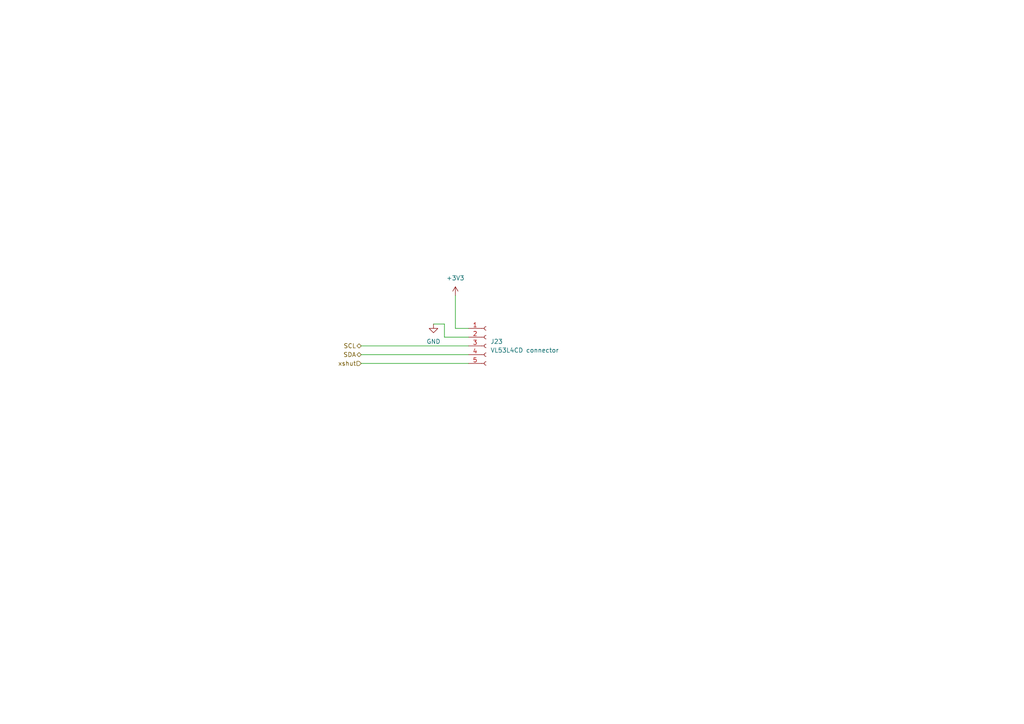
<source format=kicad_sch>
(kicad_sch (version 20211123) (generator eeschema)
  (paper "A4")
  (lib_symbols
    (symbol "Connector:Conn_01x05_Female" (pin_names (offset 1.016) hide)
      (property "Reference" "J" (at 0 7.62 0))
      (property "Value" "Conn_01x05_Female" (at 0 -7.62 0))
      (symbol "Conn_01x05_Female_1_1"
        (arc (start 0 -4.572) (mid -0.508 -5.08) (end 0 -5.588) (stroke (width 0.1524)))
        (arc (start 0 -2.032) (mid -0.508 -2.54) (end 0 -3.048) (stroke (width 0.1524)))
        (polyline (pts (xy -1.27 -5.08) (xy -0.508 -5.08)) (stroke (width 0.1524)))
        (polyline (pts (xy -1.27 -2.54) (xy -0.508 -2.54)) (stroke (width 0.1524)))
        (polyline (pts (xy -1.27 0) (xy -0.508 0)) (stroke (width 0.1524)))
        (polyline (pts (xy -1.27 2.54) (xy -0.508 2.54)) (stroke (width 0.1524)))
        (polyline (pts (xy -1.27 5.08) (xy -0.508 5.08)) (stroke (width 0.1524)))
        (arc (start 0 0.508) (mid -0.508 0) (end 0 -0.508) (stroke (width 0.1524)))
        (arc (start 0 3.048) (mid -0.508 2.54) (end 0 2.032) (stroke (width 0.1524)))
        (arc (start 0 5.588) (mid -0.508 5.08) (end 0 4.572) (stroke (width 0.1524)))
        (pin passive line (at -5.08 5.08 0) (length 3.81) (name "Pin_1") (number "1"))
        (pin passive line (at -5.08 2.54 0) (length 3.81) (name "Pin_2") (number "2"))
        (pin passive line (at -5.08 0 0) (length 3.81) (name "Pin_3") (number "3"))
        (pin passive line (at -5.08 -2.54 0) (length 3.81) (name "Pin_4") (number "4"))
        (pin passive line (at -5.08 -5.08 0) (length 3.81) (name "Pin_5") (number "5"))
      )
    )
    (symbol "power:+3V3" (power) (pin_names (offset 0))
      (property "Value" "+3V3" (at 0 3.556 0))
      (symbol "+3V3_0_1"
        (polyline (pts (xy -0.762 1.27) (xy 0 2.54)))
        (polyline (pts (xy 0 0) (xy 0 2.54)))
        (polyline (pts (xy 0 2.54) (xy 0.762 1.27)))
      )
      (symbol "+3V3_1_1"
        (pin power_in line (at 0 0 90) (length 0) hide (name "+3V3") (number "1"))
      )
    )
    (symbol "power:GND" (power) (pin_names (offset 0))
      (property "Value" "GND" (at 0 -3.81 0))
      (symbol "GND_0_1"
        (polyline (pts (xy 0 0) (xy 0 -1.27) (xy 1.27 -1.27) (xy 0 -2.54) (xy -1.27 -1.27) (xy 0 -1.27)))
      )
      (symbol "GND_1_1"
        (pin power_in line (at 0 0 270) (length 0) hide (name "GND") (number "1"))
      )
    )
  )
  (wire (pts (xy 135.89 95.25) (xy 132.08 95.25)))
  (wire (pts (xy 135.89 97.79) (xy 128.905 97.79)))
  (wire (pts (xy 128.905 93.98) (xy 125.73 93.98)))
  (wire (pts (xy 128.905 97.79) (xy 128.905 93.98)))
  (wire (pts (xy 104.775 105.41) (xy 135.89 105.41)))
  (wire (pts (xy 104.775 102.87) (xy 135.89 102.87)))
  (wire (pts (xy 132.08 85.725) (xy 132.08 95.25)))
  (wire (pts (xy 104.775 100.33) (xy 135.89 100.33)))
  (hierarchical_label "SCL" (shape bidirectional) (at 104.775 100.33 180))
  (hierarchical_label "xshut" (shape input) (at 104.775 105.41 180))
  (hierarchical_label "SDA" (shape bidirectional) (at 104.775 102.87 180))
  (symbol (lib_id "power:+3V3") (at 132.08 85.725 0) (unit 1)
    (property "Reference" "#PWR024" (effects hide))
    (property "Value" "+3V3" (at 132.08 80.645 0))
  )
  (symbol (lib_id "Connector:Conn_01x05_Female") (at 140.97 100.33 0) (unit 1)
    (property "Reference" "J23" (at 142.24 99.0599 0) (effects (justify left)))
    (property "Value" "VL53L4CD connector" (at 142.24 101.5999 0) (effects (justify left)))
    (property "Footprint" "Connector_JST:JST_XH_B5B-XH-A_1x05_P2.50mm_Vertical" (effects hide))
  )
  (symbol (lib_id "power:GND") (at 125.73 93.98 0) (unit 1)
    (property "Reference" "#PWR023" (effects hide))
    (property "Value" "GND" (at 125.73 99.06 0))
  )
)
</source>
